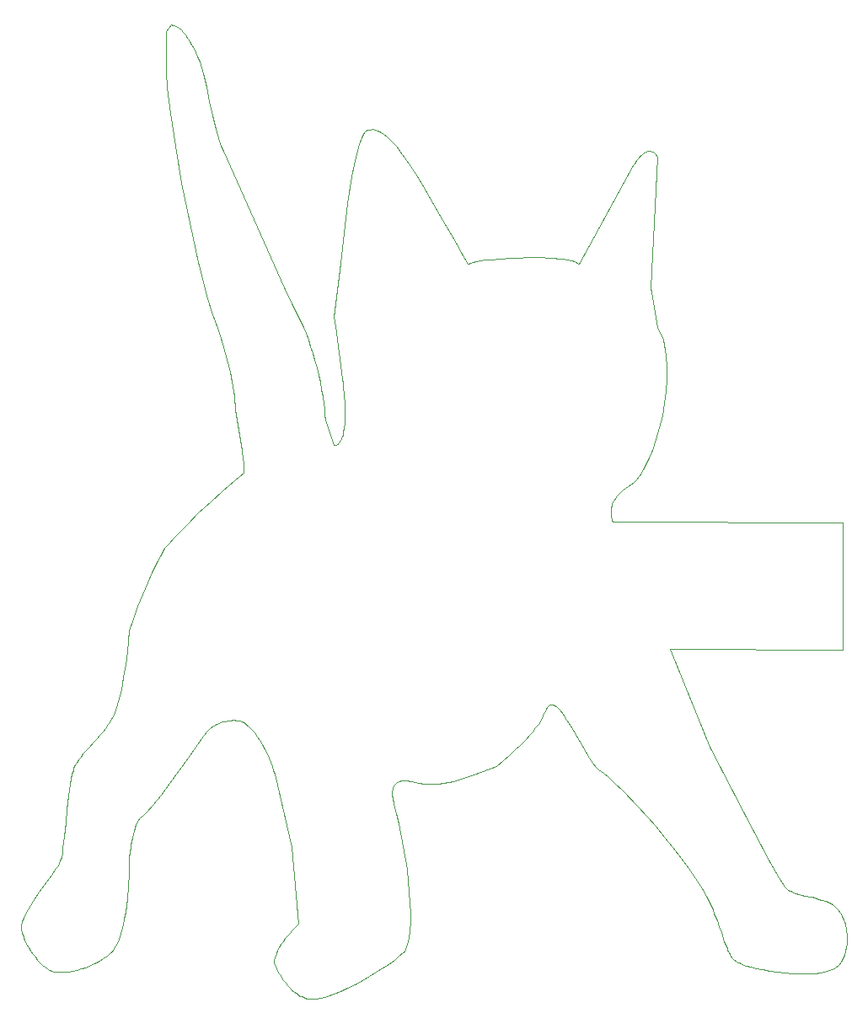
<source format=gm1>
G04 #@! TF.GenerationSoftware,KiCad,Pcbnew,9.0.2*
G04 #@! TF.CreationDate,2025-06-30T22:37:18+03:00*
G04 #@! TF.ProjectId,Fidget_keychain,46696467-6574-45f6-9b65-79636861696e,7*
G04 #@! TF.SameCoordinates,Original*
G04 #@! TF.FileFunction,Profile,NP*
%FSLAX46Y46*%
G04 Gerber Fmt 4.6, Leading zero omitted, Abs format (unit mm)*
G04 Created by KiCad (PCBNEW 9.0.2) date 2025-06-30 22:37:18*
%MOMM*%
%LPD*%
G01*
G04 APERTURE LIST*
G04 #@! TA.AperFunction,Profile*
%ADD10C,0.100000*%
G04 #@! TD*
G04 APERTURE END LIST*
D10*
X47374894Y-21218160D02*
X47516968Y-21262933D01*
X47586280Y-21288495D01*
X47654659Y-21316585D01*
X47722272Y-21347510D01*
X47789282Y-21381578D01*
X47855853Y-21419096D01*
X47922151Y-21460373D01*
X47988339Y-21505716D01*
X48054582Y-21555432D01*
X48121044Y-21609830D01*
X48187889Y-21669217D01*
X48255283Y-21733900D01*
X48323388Y-21804188D01*
X48392371Y-21880387D01*
X48462394Y-21962807D01*
X48533623Y-22051754D01*
X48606222Y-22147536D01*
X48680355Y-22250461D01*
X48756187Y-22360836D01*
X48833881Y-22478969D01*
X48913603Y-22605168D01*
X49079787Y-22882995D01*
X49256052Y-23196777D01*
X49443715Y-23548977D01*
X49644089Y-23942054D01*
X49845504Y-24392089D01*
X50036371Y-24907403D01*
X50218128Y-25478826D01*
X50392212Y-26097185D01*
X50723119Y-27438027D01*
X51040596Y-28856557D01*
X51356151Y-30279404D01*
X51681289Y-31633194D01*
X51851047Y-32261264D01*
X52027516Y-32844555D01*
X52212134Y-33373897D01*
X52406338Y-33840116D01*
X56512312Y-42998698D01*
X58568532Y-47553174D01*
X59392575Y-49311546D01*
X60002527Y-50528708D01*
X60244684Y-51010466D01*
X60486370Y-51552548D01*
X60725493Y-52146759D01*
X60959963Y-52784905D01*
X61187689Y-53458794D01*
X61406581Y-54160231D01*
X61614548Y-54881023D01*
X61809499Y-55612975D01*
X61989344Y-56347895D01*
X62151993Y-57077588D01*
X62295354Y-57793861D01*
X62417338Y-58488521D01*
X62515853Y-59153372D01*
X62588810Y-59780223D01*
X62634117Y-60360878D01*
X62649684Y-60887145D01*
X63570431Y-63419210D01*
X63625464Y-63422484D01*
X63682406Y-63417567D01*
X63740874Y-63403913D01*
X63800485Y-63380973D01*
X63860853Y-63348199D01*
X63921597Y-63305042D01*
X63982333Y-63250956D01*
X64042676Y-63185393D01*
X64102244Y-63107803D01*
X64160653Y-63017640D01*
X64217519Y-62914354D01*
X64272460Y-62797399D01*
X64325090Y-62666227D01*
X64375027Y-62520288D01*
X64421887Y-62359036D01*
X64465287Y-62181922D01*
X64504842Y-61988399D01*
X64540171Y-61777918D01*
X64570888Y-61549932D01*
X64596610Y-61303892D01*
X64616955Y-61039250D01*
X64631538Y-60755459D01*
X64639975Y-60451971D01*
X64641884Y-60128237D01*
X64636880Y-59783709D01*
X64624580Y-59417841D01*
X64604601Y-59030083D01*
X64576559Y-58619887D01*
X64540071Y-58186707D01*
X64494752Y-57729993D01*
X64440220Y-57249197D01*
X64376090Y-56743773D01*
X63682620Y-51478233D01*
X63570431Y-50528708D01*
X64185240Y-45114132D01*
X64531702Y-42081203D01*
X64912654Y-39101457D01*
X65334436Y-36377600D01*
X65562620Y-35174975D01*
X65803387Y-34112338D01*
X66057532Y-33215026D01*
X66325846Y-32508379D01*
X66609122Y-32017734D01*
X66756618Y-31861330D01*
X66908152Y-31768429D01*
X67160962Y-31701223D01*
X67422729Y-31692056D01*
X67692968Y-31738272D01*
X67971195Y-31837215D01*
X68256923Y-31986232D01*
X68549670Y-32182665D01*
X68848949Y-32423861D01*
X69154277Y-32707162D01*
X69465169Y-33029915D01*
X69781139Y-33389464D01*
X70426378Y-34208326D01*
X71086116Y-35142508D01*
X71756475Y-36170764D01*
X72433578Y-37271854D01*
X73113547Y-38424534D01*
X74466574Y-40799691D01*
X75784532Y-43126293D01*
X76420667Y-44218279D01*
X77036401Y-45234397D01*
X77113997Y-45181785D01*
X77216123Y-45131807D01*
X77486885Y-45039502D01*
X77834526Y-44956975D01*
X78244884Y-44883721D01*
X78703798Y-44819234D01*
X79197105Y-44763008D01*
X80230251Y-44673316D01*
X81231027Y-44610599D01*
X82086137Y-44570810D01*
X82906180Y-44543835D01*
X83603936Y-44538440D01*
X84338558Y-44549904D01*
X85208056Y-44586995D01*
X85664722Y-44618944D01*
X86120713Y-44661851D01*
X86564566Y-44717234D01*
X86984816Y-44786611D01*
X87369998Y-44871498D01*
X87708648Y-44973413D01*
X87856941Y-45031230D01*
X87989302Y-45093873D01*
X88104297Y-45161532D01*
X88200494Y-45234397D01*
X93609897Y-35336335D01*
X93729592Y-35137964D01*
X93846942Y-34956773D01*
X93961899Y-34792138D01*
X94074410Y-34643435D01*
X94184427Y-34510040D01*
X94291898Y-34391330D01*
X94396772Y-34286681D01*
X94499000Y-34195468D01*
X94598529Y-34117069D01*
X94695311Y-34050859D01*
X94789294Y-33996215D01*
X94880428Y-33952513D01*
X94968662Y-33919128D01*
X95053945Y-33895438D01*
X95136227Y-33880818D01*
X95215458Y-33874645D01*
X95291587Y-33876294D01*
X95364563Y-33885142D01*
X95434336Y-33900566D01*
X95500855Y-33921941D01*
X95564069Y-33948643D01*
X95623928Y-33980050D01*
X95680382Y-34015536D01*
X95733380Y-34054479D01*
X95828804Y-34140237D01*
X95909797Y-34232334D01*
X95975954Y-34325781D01*
X96026870Y-34415585D01*
X95336304Y-47536272D01*
X96026870Y-51564554D01*
X96248586Y-51960284D01*
X96439701Y-52390301D01*
X96601313Y-52851803D01*
X96734516Y-53341988D01*
X96840408Y-53858052D01*
X96920082Y-54397192D01*
X97005166Y-55533489D01*
X96998534Y-56728458D01*
X96908954Y-57959674D01*
X96745192Y-59204716D01*
X96516016Y-60441158D01*
X96230192Y-61646580D01*
X95896488Y-62798557D01*
X95523669Y-63874666D01*
X95120504Y-64852485D01*
X94695759Y-65709591D01*
X94258201Y-66423559D01*
X93816597Y-66971968D01*
X93597017Y-67177081D01*
X93379713Y-67332395D01*
X93072590Y-67526882D01*
X92795365Y-67723144D01*
X92546845Y-67920836D01*
X92325835Y-68119620D01*
X92131142Y-68319152D01*
X91961572Y-68519091D01*
X91815930Y-68719097D01*
X91693022Y-68918826D01*
X91591654Y-69117939D01*
X91510633Y-69316093D01*
X91448764Y-69512947D01*
X91404853Y-69708160D01*
X91377706Y-69901390D01*
X91366129Y-70092295D01*
X91368928Y-70280534D01*
X91384908Y-70465765D01*
X91412876Y-70647648D01*
X91420000Y-70660000D01*
X91440000Y-70780000D01*
X91460000Y-70850000D01*
X91500000Y-70970000D01*
X91540000Y-71080000D01*
X91540000Y-71100000D01*
X91810000Y-71100000D01*
X114640000Y-71180418D01*
X114640000Y-83943211D01*
X97330000Y-83900000D01*
X101272147Y-93674914D01*
X104817125Y-100539819D01*
X107340213Y-105273408D01*
X108249056Y-106878291D01*
X108802274Y-107730298D01*
X108891924Y-107829852D01*
X108988065Y-107921680D01*
X109090444Y-108006285D01*
X109198808Y-108084166D01*
X109312904Y-108155826D01*
X109432480Y-108221767D01*
X109557282Y-108282489D01*
X109687057Y-108338496D01*
X109960517Y-108438365D01*
X110250837Y-108525388D01*
X110555993Y-108603576D01*
X110873962Y-108676943D01*
X111540247Y-108825262D01*
X111884516Y-108908239D01*
X112233507Y-109002444D01*
X112585195Y-109111890D01*
X112937557Y-109240590D01*
X113113359Y-109313414D01*
X113288571Y-109392556D01*
X113462940Y-109478517D01*
X113636213Y-109571800D01*
X113803348Y-109706563D01*
X113959576Y-109851442D01*
X114105047Y-110005762D01*
X114239914Y-110168849D01*
X114364327Y-110340029D01*
X114478440Y-110518626D01*
X114582404Y-110703968D01*
X114676369Y-110895378D01*
X114760489Y-111092184D01*
X114834915Y-111293711D01*
X114899798Y-111499283D01*
X114955291Y-111708228D01*
X115001545Y-111919870D01*
X115038711Y-112133535D01*
X115086390Y-112564237D01*
X115099540Y-112994939D01*
X115079376Y-113420246D01*
X115027112Y-113834764D01*
X114943961Y-114233096D01*
X114831138Y-114609848D01*
X114763979Y-114788446D01*
X114689856Y-114959625D01*
X114608923Y-115122712D01*
X114521330Y-115277032D01*
X114427229Y-115421911D01*
X114326772Y-115556674D01*
X114182094Y-115710527D01*
X114008269Y-115848764D01*
X113807175Y-115971954D01*
X113580686Y-116080665D01*
X113330678Y-116175468D01*
X113059027Y-116256931D01*
X112458297Y-116382112D01*
X111793502Y-116460761D01*
X111079645Y-116497430D01*
X110331733Y-116496671D01*
X109564769Y-116463036D01*
X108793759Y-116401078D01*
X108033708Y-116315348D01*
X107299620Y-116210398D01*
X106606501Y-116090780D01*
X105969355Y-115961047D01*
X105403187Y-115825750D01*
X104923003Y-115689442D01*
X104543806Y-115556674D01*
X104388225Y-115491165D01*
X104244635Y-115423738D01*
X104112215Y-115353824D01*
X103990142Y-115280855D01*
X103877595Y-115204260D01*
X103773751Y-115123472D01*
X103677789Y-115037921D01*
X103588887Y-114947038D01*
X103506224Y-114850255D01*
X103428976Y-114747001D01*
X103356322Y-114636709D01*
X103287441Y-114518809D01*
X103221510Y-114392732D01*
X103157707Y-114257909D01*
X103095212Y-114113772D01*
X103033200Y-113959750D01*
X102907345Y-113619780D01*
X102773565Y-113233446D01*
X102455933Y-112303480D01*
X102258930Y-111750743D01*
X102027703Y-111133435D01*
X101897200Y-110799144D01*
X101755676Y-110447003D01*
X101602307Y-110076443D01*
X101436273Y-109686896D01*
X101027628Y-108845216D01*
X100503159Y-107927670D01*
X99879220Y-106950104D01*
X99172163Y-105928366D01*
X98398343Y-104878304D01*
X97574114Y-103815766D01*
X96715828Y-102756601D01*
X95839840Y-101716654D01*
X94100171Y-99757813D01*
X92485936Y-98066025D01*
X91766741Y-97359896D01*
X91127965Y-96768073D01*
X90585961Y-96306406D01*
X90157085Y-95990741D01*
X90006429Y-95876180D01*
X89849741Y-95725466D01*
X89520205Y-95328262D01*
X89172354Y-94824496D01*
X88810065Y-94239538D01*
X87294072Y-91595136D01*
X86917750Y-90984734D01*
X86550251Y-90445346D01*
X86195454Y-90002343D01*
X86024030Y-89824912D01*
X85857235Y-89681090D01*
X85695554Y-89574048D01*
X85539471Y-89506957D01*
X85389472Y-89482988D01*
X85246040Y-89505312D01*
X85109660Y-89577100D01*
X84980818Y-89701522D01*
X84859997Y-89881751D01*
X84747682Y-90120956D01*
X84652961Y-90345635D01*
X84550435Y-90566319D01*
X84323636Y-90995954D01*
X84070621Y-91410372D01*
X83794727Y-91810084D01*
X83499289Y-92195599D01*
X83187644Y-92567430D01*
X82863128Y-92926087D01*
X82529077Y-93272081D01*
X82188826Y-93605922D01*
X81845713Y-93928122D01*
X81164244Y-94539640D01*
X80511357Y-95110722D01*
X79913743Y-95645455D01*
X77621939Y-96486361D01*
X76555344Y-96855291D01*
X76037625Y-97016726D01*
X75528672Y-97158941D01*
X75027273Y-97279036D01*
X74532212Y-97374112D01*
X74042277Y-97441269D01*
X73556254Y-97477607D01*
X73072927Y-97480226D01*
X72591085Y-97446226D01*
X72109512Y-97372708D01*
X71626995Y-97256772D01*
X71393463Y-97195515D01*
X71175920Y-97149404D01*
X70973856Y-97117761D01*
X70786762Y-97099907D01*
X70614128Y-97095164D01*
X70455443Y-97102853D01*
X70310197Y-97122296D01*
X70177882Y-97152815D01*
X70057985Y-97193729D01*
X69949999Y-97244362D01*
X69853412Y-97304034D01*
X69767715Y-97372067D01*
X69692398Y-97447783D01*
X69626951Y-97530502D01*
X69570864Y-97619546D01*
X69523627Y-97714238D01*
X69484730Y-97813897D01*
X69453662Y-97917846D01*
X69429915Y-98025406D01*
X69412979Y-98135899D01*
X69402342Y-98248645D01*
X69397496Y-98362967D01*
X69403134Y-98593623D01*
X69425813Y-98822438D01*
X69461455Y-99043984D01*
X69505979Y-99252832D01*
X69555305Y-99443554D01*
X69815769Y-100418322D01*
X70062865Y-101461760D01*
X70505223Y-103691261D01*
X70858913Y-106005276D01*
X70995175Y-107154357D01*
X71100470Y-108277024D01*
X71171865Y-109357429D01*
X71206428Y-110379724D01*
X71201225Y-111328063D01*
X71153322Y-112186597D01*
X71059787Y-112939479D01*
X70917687Y-113570862D01*
X70724088Y-114064898D01*
X70607059Y-114255458D01*
X70476056Y-114405739D01*
X70084243Y-114748266D01*
X69607459Y-115122827D01*
X69057841Y-115520991D01*
X68447530Y-115934328D01*
X67788663Y-116354409D01*
X67093380Y-116772804D01*
X66373820Y-117181083D01*
X65642120Y-117570817D01*
X64910421Y-117933576D01*
X64190860Y-118260929D01*
X63495577Y-118544449D01*
X62836710Y-118775704D01*
X62226399Y-118946265D01*
X61676781Y-119047702D01*
X61428525Y-119069865D01*
X61199996Y-119071586D01*
X60992709Y-119051811D01*
X60808182Y-119009487D01*
X60638225Y-118951890D01*
X60473578Y-118887255D01*
X60314158Y-118815961D01*
X60159881Y-118738386D01*
X60010660Y-118654911D01*
X59866414Y-118565914D01*
X59727057Y-118471775D01*
X59592504Y-118372874D01*
X59462673Y-118269589D01*
X59337477Y-118162300D01*
X59100658Y-117937226D01*
X58881373Y-117700689D01*
X58678948Y-117455721D01*
X58492707Y-117205359D01*
X58321977Y-116952636D01*
X58166084Y-116700588D01*
X58024352Y-116452248D01*
X57896108Y-116210652D01*
X57780677Y-115978835D01*
X57585557Y-115556674D01*
X57556930Y-115474606D01*
X57539785Y-115384147D01*
X57533647Y-115285855D01*
X57538040Y-115180285D01*
X57552486Y-115067994D01*
X57576511Y-114949539D01*
X57609637Y-114825475D01*
X57651388Y-114696359D01*
X57758860Y-114425197D01*
X57895117Y-114140502D01*
X58056348Y-113846725D01*
X58238743Y-113548317D01*
X58438491Y-113249728D01*
X58651782Y-112955409D01*
X58874804Y-112669810D01*
X59103748Y-112397382D01*
X59334803Y-112142576D01*
X59564158Y-111909841D01*
X59788003Y-111703630D01*
X60002527Y-111528391D01*
X59311963Y-103817110D01*
X57585557Y-96451110D01*
X57473061Y-96093225D01*
X57337588Y-95701000D01*
X57180082Y-95282359D01*
X57001489Y-94845226D01*
X56802751Y-94397526D01*
X56584815Y-93947182D01*
X56348624Y-93502119D01*
X56095122Y-93070262D01*
X55825255Y-92659534D01*
X55539966Y-92277860D01*
X55240201Y-91933164D01*
X55085185Y-91777160D01*
X54926903Y-91633371D01*
X54765475Y-91502789D01*
X54601017Y-91386404D01*
X54433649Y-91285207D01*
X54263488Y-91200189D01*
X54090652Y-91132339D01*
X53915260Y-91082648D01*
X53737429Y-91052107D01*
X53557277Y-91041707D01*
X53378896Y-91044805D01*
X53206263Y-91053903D01*
X53039330Y-91068705D01*
X52878044Y-91088916D01*
X52572213Y-91144387D01*
X52288368Y-91217955D01*
X52026102Y-91307258D01*
X51785012Y-91409937D01*
X51564693Y-91523630D01*
X51364740Y-91645977D01*
X51184749Y-91774618D01*
X51024315Y-91907191D01*
X50883033Y-92041336D01*
X50760498Y-92174692D01*
X50656307Y-92304899D01*
X50570055Y-92429596D01*
X50501336Y-92546423D01*
X50449746Y-92653017D01*
X48895984Y-94840880D01*
X47984225Y-96094368D01*
X47054483Y-97345968D01*
X46160707Y-98514484D01*
X45356849Y-99518722D01*
X44696857Y-100277487D01*
X44437671Y-100539444D01*
X44234683Y-100709584D01*
X44150151Y-100776125D01*
X44069152Y-100854462D01*
X43991623Y-100943936D01*
X43917502Y-101043892D01*
X43846724Y-101153670D01*
X43779226Y-101272614D01*
X43653821Y-101535369D01*
X43540779Y-101826898D01*
X43439594Y-102141939D01*
X43349762Y-102475235D01*
X43270776Y-102821523D01*
X43202130Y-103175546D01*
X43143319Y-103532043D01*
X43093836Y-103885753D01*
X43053177Y-104231419D01*
X42996303Y-104877573D01*
X42968652Y-105428428D01*
X42949949Y-106451457D01*
X42888086Y-107656569D01*
X42774431Y-108966884D01*
X42695484Y-109637468D01*
X42600352Y-110305523D01*
X42487956Y-110961440D01*
X42357217Y-111595607D01*
X42207056Y-112198416D01*
X42036393Y-112760257D01*
X41844151Y-113271520D01*
X41629249Y-113722594D01*
X41390609Y-114103870D01*
X41262051Y-114265331D01*
X41127153Y-114405739D01*
X40950244Y-114564218D01*
X40765265Y-114715952D01*
X40373873Y-114999191D01*
X39958541Y-115255454D01*
X39524832Y-115484742D01*
X39078310Y-115687055D01*
X38624538Y-115862393D01*
X38169080Y-116010756D01*
X37717500Y-116132143D01*
X37275362Y-116226556D01*
X36848228Y-116293994D01*
X36441662Y-116334456D01*
X36061229Y-116347944D01*
X35712492Y-116334457D01*
X35401014Y-116293995D01*
X35132359Y-116226557D01*
X35015828Y-116182723D01*
X34912090Y-116132145D01*
X34812377Y-116072554D01*
X34707838Y-116002046D01*
X34486559Y-115830473D01*
X34252803Y-115621809D01*
X34011123Y-115380438D01*
X33766071Y-115110743D01*
X33522200Y-114817108D01*
X33284061Y-114503915D01*
X33056205Y-114175549D01*
X32843187Y-113836394D01*
X32649556Y-113490831D01*
X32479866Y-113143246D01*
X32405421Y-112970064D01*
X32338668Y-112798020D01*
X32280177Y-112627663D01*
X32230515Y-112459539D01*
X32190253Y-112294197D01*
X32159958Y-112132184D01*
X32140201Y-111974050D01*
X32131550Y-111820340D01*
X32134574Y-111671605D01*
X32149843Y-111528391D01*
X32179357Y-111382192D01*
X32224108Y-111224697D01*
X32355528Y-110879191D01*
X32536513Y-110498618D01*
X32759479Y-110089721D01*
X33016838Y-109659243D01*
X33301004Y-109213930D01*
X33919408Y-108305768D01*
X35144076Y-106608137D01*
X35628953Y-105926567D01*
X35812974Y-105651196D01*
X35947934Y-105428428D01*
X36050664Y-105180931D01*
X36143953Y-104834975D01*
X36229149Y-104402698D01*
X36307602Y-103896240D01*
X36449671Y-102709335D01*
X36580949Y-101371370D01*
X36712228Y-99979454D01*
X36854297Y-98630698D01*
X37017946Y-97422214D01*
X37111235Y-96900920D01*
X37213965Y-96451110D01*
X37271902Y-96249728D01*
X37337573Y-96055280D01*
X37410620Y-95867280D01*
X37490685Y-95685244D01*
X37577409Y-95508687D01*
X37670434Y-95337125D01*
X37769403Y-95170073D01*
X37873956Y-95007046D01*
X38098383Y-94691129D01*
X38340849Y-94385496D01*
X38598490Y-94086269D01*
X38868437Y-93789572D01*
X39433791Y-93188252D01*
X39723464Y-92875874D01*
X40013980Y-92550515D01*
X40302473Y-92208296D01*
X40586077Y-91845341D01*
X40861925Y-91457770D01*
X40996046Y-91253542D01*
X41127153Y-91041707D01*
X41328229Y-90661864D01*
X41517212Y-90218519D01*
X41694236Y-89720101D01*
X41859435Y-89175040D01*
X42012946Y-88591764D01*
X42154901Y-87978704D01*
X42285438Y-87344288D01*
X42404690Y-86696945D01*
X42609880Y-85397201D01*
X42771551Y-84146904D01*
X42890782Y-83013491D01*
X42968652Y-82064396D01*
X43381596Y-80839725D01*
X43833653Y-79604265D01*
X44309989Y-78390386D01*
X44795765Y-77230457D01*
X45276147Y-76156848D01*
X45736297Y-75201930D01*
X46161380Y-74398072D01*
X46536558Y-73777644D01*
X46721843Y-73529220D01*
X46994865Y-73204828D01*
X47345710Y-72814279D01*
X47764465Y-72367386D01*
X48766050Y-71343817D01*
X49920314Y-70212617D01*
X51147951Y-69052283D01*
X52369653Y-67941314D01*
X53506114Y-66958207D01*
X54017595Y-66539132D01*
X54478026Y-66181459D01*
X54482352Y-65886095D01*
X54468043Y-65549545D01*
X54437324Y-65176126D01*
X54392422Y-64770155D01*
X54268966Y-63877819D01*
X54115478Y-62907070D01*
X53789621Y-60868453D01*
X53652858Y-59869648D01*
X53598807Y-59390478D01*
X53557277Y-58930551D01*
X53515128Y-58474841D01*
X53458548Y-58007195D01*
X53306948Y-57046612D01*
X53112187Y-56069844D01*
X52883978Y-55097932D01*
X52632031Y-54151915D01*
X52366056Y-53252835D01*
X52095766Y-52421732D01*
X51830871Y-51679646D01*
X51331726Y-50243504D01*
X50840042Y-48632630D01*
X49892710Y-45016438D01*
X49016188Y-41090573D01*
X48237788Y-37114533D01*
X47584822Y-33347821D01*
X47084602Y-30049935D01*
X46764442Y-27480378D01*
X46651652Y-25898648D01*
X46651652Y-21870367D01*
X47227121Y-21179804D01*
X47374894Y-21218160D01*
M02*

</source>
